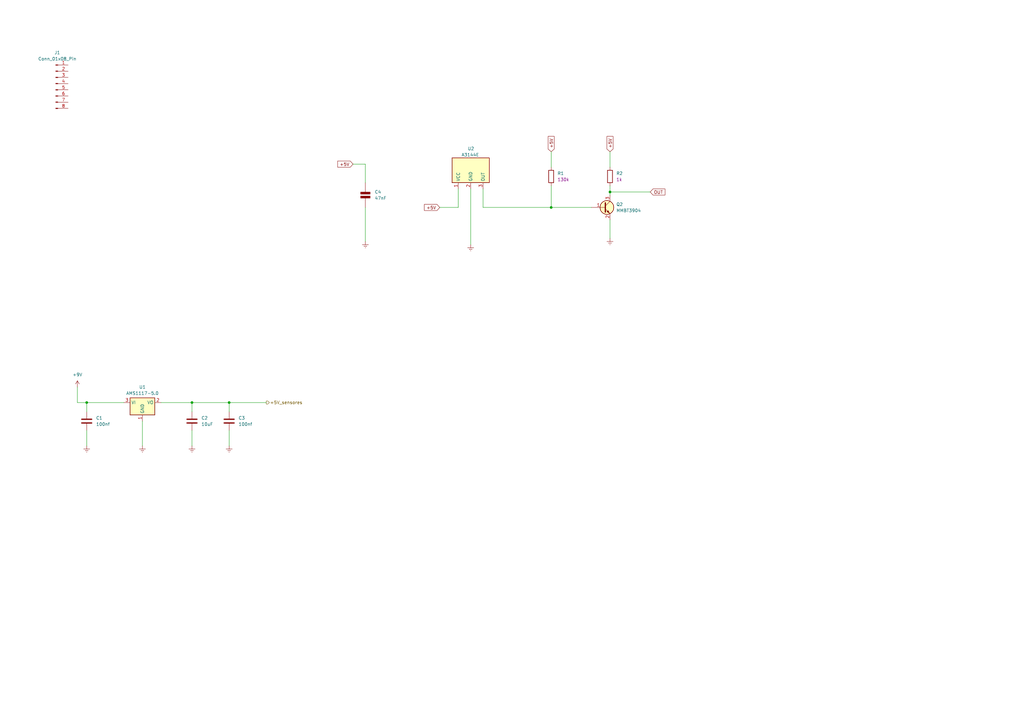
<source format=kicad_sch>
(kicad_sch (version 20230121) (generator eeschema)
  (paper "A3")
  (title_block (title "Esquematico do anemômetro") (date "2023-06-21") (rev "V1.0"))
  (lib_symbols
    (symbol "Connector:Conn_01x08_Pin" (pin_names (offset 1.016) hide)
      (property "Reference" "J" (at 0 10.16 0))
      (property "Value" "Conn_01x08_Pin" (at 0 -12.7 0))
      (symbol "Conn_01x08_Pin_1_1"
        (polyline (pts (xy 1.27 -10.16) (xy 0.8636 -10.16)) (stroke (width 0.1524)))
        (polyline (pts (xy 1.27 -7.62) (xy 0.8636 -7.62)) (stroke (width 0.1524)))
        (polyline (pts (xy 1.27 -5.08) (xy 0.8636 -5.08)) (stroke (width 0.1524)))
        (polyline (pts (xy 1.27 -2.54) (xy 0.8636 -2.54)) (stroke (width 0.1524)))
        (polyline (pts (xy 1.27 0) (xy 0.8636 0)) (stroke (width 0.1524)))
        (polyline (pts (xy 1.27 2.54) (xy 0.8636 2.54)) (stroke (width 0.1524)))
        (polyline (pts (xy 1.27 5.08) (xy 0.8636 5.08)) (stroke (width 0.1524)))
        (polyline (pts (xy 1.27 7.62) (xy 0.8636 7.62)) (stroke (width 0.1524)))
        (rectangle (start 0.8636 -10.033) (end 0 -10.287) (stroke (width 0.1524)) (fill (type outline)))
        (rectangle (start 0.8636 -7.493) (end 0 -7.747) (stroke (width 0.1524)) (fill (type outline)))
        (rectangle (start 0.8636 -4.953) (end 0 -5.207) (stroke (width 0.1524)) (fill (type outline)))
        (rectangle (start 0.8636 -2.413) (end 0 -2.667) (stroke (width 0.1524)) (fill (type outline)))
        (rectangle (start 0.8636 0.127) (end 0 -0.127) (stroke (width 0.1524)) (fill (type outline)))
        (rectangle (start 0.8636 2.667) (end 0 2.413) (stroke (width 0.1524)) (fill (type outline)))
        (rectangle (start 0.8636 5.207) (end 0 4.953) (stroke (width 0.1524)) (fill (type outline)))
        (rectangle (start 0.8636 7.747) (end 0 7.493) (stroke (width 0.1524)) (fill (type outline)))
        (pin passive line (at 5.08 7.62 180) (length 3.81) (name "Pin_1") (number "1"))
        (pin passive line (at 5.08 5.08 180) (length 3.81) (name "Pin_2") (number "2"))
        (pin passive line (at 5.08 2.54 180) (length 3.81) (name "Pin_3") (number "3"))
        (pin passive line (at 5.08 0 180) (length 3.81) (name "Pin_4") (number "4"))
        (pin passive line (at 5.08 -2.54 180) (length 3.81) (name "Pin_5") (number "5"))
        (pin passive line (at 5.08 -5.08 180) (length 3.81) (name "Pin_6") (number "6"))
        (pin passive line (at 5.08 -7.62 180) (length 3.81) (name "Pin_7") (number "7"))
        (pin passive line (at 5.08 -10.16 180) (length 3.81) (name "Pin_8") (number "8"))
      )
    )
    (symbol "Device:C" (pin_numbers hide) (pin_names (offset 0.254))
      (property "Reference" "C" (at 0.635 2.54 0))
      (property "Value" "C" (at 0.635 -2.54 0))
      (symbol "C_0_1"
        (polyline (pts (xy -2.032 -0.762) (xy 2.032 -0.762)) (stroke (width 0.508)))
        (polyline (pts (xy -2.032 0.762) (xy 2.032 0.762)) (stroke (width 0.508)))
      )
      (symbol "C_1_1"
        (pin passive line (at 0 3.81 270) (length 2.794) (name "~") (number "1"))
        (pin passive line (at 0 -3.81 90) (length 2.794) (name "~") (number "2"))
      )
    )
    (symbol "PCM_4ms_Resistor:0R_0603" (pin_numbers hide) (pin_names (offset 0))
      (property "Reference" "R" (at 2.032 0 90))
      (property "Display" "0R" (at 3.81 0 90))
      (symbol "0R_0603_0_1"
        (rectangle (start -1.016 -2.54) (end 1.016 2.54) (stroke (width 0.254)))
      )
      (symbol "0R_0603_1_1"
        (pin passive line (at 0 3.81 270) (length 1.27) (name "~") (number "1"))
        (pin passive line (at 0 -3.81 90) (length 1.27) (name "~") (number "2"))
      )
    )
    (symbol "PCM_Elektuur:C" (pin_numbers hide) (pin_names (offset 0) hide)
      (property "Reference" "C" (at 0.635 3.175 0))
      (property "Value" "C" (at 0.635 -3.175 0))
      (symbol "C_1_1"
        (rectangle (start -1.905 -0.4318) (end 1.905 -1.1938) (stroke (width 0.254)) (fill (type outline)))
        (rectangle (start -1.905 1.1938) (end 1.905 0.4318) (stroke (width 0.254)) (fill (type outline)))
        (pin passive line (at 0 5.08 270) (length 3.8862) (name "+") (number "1"))
        (pin passive line (at 0 -5.08 90) (length 3.8862) (name "-") (number "2"))
      )
      (symbol "C_1_2"
        (polyline (pts (xy -1.905 -1.4986) (xy 1.905 -1.4986) (xy 1.905 -0.4318) (xy -1.905 -0.4318) (xy -1.905 -1.4986) (xy -1.8034 -1.397) (xy -1.8034 -0.5334) (xy 1.8034 -0.5334) (xy 1.8034 -1.397) (xy -1.8034 -1.397) (xy -1.905 -1.4986)) (stroke (width 0.254)) (fill (type outline)))
        (polyline (pts (xy -1.905 0.4318) (xy 1.905 0.4318) (xy 1.905 1.4986) (xy -1.905 1.4986) (xy -1.905 0.4318) (xy -1.8034 0.5334) (xy -1.8034 1.397) (xy 1.8034 1.397) (xy 1.8034 0.5334) (xy -1.8034 0.5334) (xy -1.905 0.4318)) (stroke (width 0.254)) (fill (type outline)))
        (pin passive line (at 0 5.08 270) (length 3.5814) (name "+") (number "1"))
        (pin passive line (at 0 -5.08 90) (length 3.5814) (name "-") (number "2"))
      )
    )
    (symbol "PCM_Transistor_BJT_AKL:MMBT3904" (pin_names hide)
      (property "Reference" "Q" (at 5.08 1.27 0))
      (property "Value" "MMBT3904" (at 5.08 -1.27 0))
      (symbol "MMBT3904_0_1"
        (polyline (pts (xy 0.635 0.635) (xy 2.54 2.54)))
        (polyline (pts (xy 0.635 -0.635) (xy 2.54 -2.54) (xy 2.54 -2.54)))
        (polyline (pts (xy 0.635 1.905) (xy 0.635 -1.905) (xy 0.635 -1.905)) (stroke (width 0.508)))
        (polyline (pts (xy 1.27 -1.778) (xy 1.778 -1.27) (xy 2.286 -2.286) (xy 1.27 -1.778) (xy 1.27 -1.778)) (fill (type outline)))
        (circle (center 1.27 0) (radius 2.8194) (stroke (width 0.254)) (fill (type background)))
      )
      (symbol "MMBT3904_1_1"
        (pin input line (at -5.08 0 0) (length 5.715) (name "B") (number "1"))
        (pin passive line (at 2.54 -5.08 90) (length 2.54) (name "E") (number "2"))
        (pin passive line (at 2.54 5.08 270) (length 2.54) (name "C") (number "3"))
      )
    )
    (symbol "Regulator_Linear:AMS1117-5.0"
      (property "Reference" "U" (at -3.81 3.175 0))
      (property "Value" "AMS1117-5.0" (at 0 3.175 0))
      (symbol "AMS1117-5.0_0_1"
        (rectangle (start -5.08 -5.08) (end 5.08 1.905) (stroke (width 0.254)) (fill (type background)))
      )
      (symbol "AMS1117-5.0_1_1"
        (pin power_in line (at 0 -7.62 90) (length 2.54) (name "GND") (number "1"))
        (pin power_out line (at 7.62 0 180) (length 2.54) (name "VO") (number "2"))
        (pin power_in line (at -7.62 0 0) (length 2.54) (name "VI") (number "3"))
      )
    )
    (symbol "Sensor_Magnetic:DRV5055A4xLPGxQ1"
      (property "Reference" "U3" (at -3.81 6.35 0))
      (property "Value" "A3144E" (at -6.35 3.81 0))
      (symbol "DRV5055A4xLPGxQ1_1_1"
        (rectangle (start -10.16 2.54) (end 5.08 -7.62) (stroke (width 0.254)) (fill (type background)))
        (pin power_in line (at -7.62 -10.16 90) (length 2.54) (name "VCC") (number "1"))
        (pin output line (at -2.54 -10.16 90) (length 2.54) (name "GND") (number "2"))
        (pin output line (at 2.54 -10.16 90) (length 2.54) (name "OUT") (number "3"))
      )
    )
    (symbol "power:+9V" (power) (pin_names (offset 0))
      (property "Value" "+9V" (at 0 3.556 0))
      (symbol "+9V_0_1"
        (polyline (pts (xy -0.762 1.27) (xy 0 2.54)))
        (polyline (pts (xy 0 0) (xy 0 2.54)))
        (polyline (pts (xy 0 2.54) (xy 0.762 1.27)))
      )
      (symbol "+9V_1_1"
        (pin power_in line (at 0 0 90) (length 0) hide (name "+9V") (number "1"))
      )
    )
    (symbol "power:Earth" (power) (pin_names (offset 0))
      (symbol "Earth_0_1"
        (polyline (pts (xy -0.635 -1.905) (xy 0.635 -1.905)))
        (polyline (pts (xy -0.127 -2.54) (xy 0.127 -2.54)))
        (polyline (pts (xy 0 -1.27) (xy 0 0)))
        (polyline (pts (xy 1.27 -1.27) (xy -1.27 -1.27)))
      )
      (symbol "Earth_1_1"
        (pin power_in line (at 0 0 270) (length 0) hide (name "Earth") (number "1"))
      )
    )
  )
  (junction (at 226.06 85.09))
  (junction (at 93.98 165.1))
  (junction (at 35.56 165.1))
  (junction (at 250.19 78.74))
  (junction (at 78.74 165.1))
  (wire (pts (xy 35.56 168.91) (xy 35.56 165.1)))
  (wire (pts (xy 226.06 85.09) (xy 242.57 85.09)))
  (wire (pts (xy 187.96 77.47) (xy 187.96 85.09)))
  (wire (pts (xy 66.04 165.1) (xy 78.74 165.1)))
  (wire (pts (xy 250.19 78.74) (xy 250.19 80.01)))
  (wire (pts (xy 226.06 76.2) (xy 226.06 85.09)))
  (wire (pts (xy 31.75 165.1) (xy 35.56 165.1)))
  (wire (pts (xy 187.96 85.09) (xy 180.34 85.09)))
  (wire (pts (xy 78.74 165.1) (xy 93.98 165.1)))
  (wire (pts (xy 250.19 76.2) (xy 250.19 78.74)))
  (wire (pts (xy 250.19 78.74) (xy 266.7 78.74)))
  (wire (pts (xy 93.98 176.53) (xy 93.98 182.88)))
  (wire (pts (xy 93.98 165.1) (xy 93.98 168.91)))
  (wire (pts (xy 193.04 77.47) (xy 193.04 100.33)))
  (wire (pts (xy 58.42 172.72) (xy 58.42 182.88)))
  (wire (pts (xy 78.74 165.1) (xy 78.74 168.91)))
  (wire (pts (xy 78.74 176.53) (xy 78.74 182.88)))
  (wire (pts (xy 226.06 62.23) (xy 226.06 68.58)))
  (wire (pts (xy 35.56 176.53) (xy 35.56 182.88)))
  (wire (pts (xy 250.19 62.23) (xy 250.19 68.58)))
  (wire (pts (xy 198.12 77.47) (xy 198.12 85.09)))
  (wire (pts (xy 250.19 90.17) (xy 250.19 97.79)))
  (wire (pts (xy 149.86 85.09) (xy 149.86 99.06)))
  (wire (pts (xy 149.86 67.31) (xy 149.86 74.93)))
  (wire (pts (xy 35.56 165.1) (xy 50.8 165.1)))
  (wire (pts (xy 144.78 67.31) (xy 149.86 67.31)))
  (wire (pts (xy 198.12 85.09) (xy 226.06 85.09)))
  (wire (pts (xy 93.98 165.1) (xy 109.22 165.1)))
  (wire (pts (xy 31.75 158.75) (xy 31.75 165.1)))
  (global_label "+5V" (shape input) (at 144.78 67.31 180) (property "Intersheetrefs" "${INTERSHEET_REFS}" (effects hide)))
  (global_label "OUT" (shape input) (at 266.7 78.74 0) (property "Intersheetrefs" "${INTERSHEET_REFS}" (effects hide)))
  (global_label "+5V" (shape input) (at 250.19 62.23 90) (property "Intersheetrefs" "${INTERSHEET_REFS}" (effects hide)))
  (global_label "+5V" (shape input) (at 226.06 62.23 90) (property "Intersheetrefs" "${INTERSHEET_REFS}" (effects hide)))
  (global_label "+5V" (shape input) (at 180.34 85.09 180) (property "Intersheetrefs" "${INTERSHEET_REFS}" (effects hide)))
  (hierarchical_label "+5V_sensores" (shape output) (at 109.22 165.1 0))
  (symbol (lib_id "power:Earth") (at 78.74 182.88 0) (unit 1)
    (property "Reference" "#PWR04" (effects hide))
    (property "Value" "Earth" (effects hide))
  )
  (symbol (lib_id "power:Earth") (at 35.56 182.88 0) (unit 1)
    (property "Reference" "#PWR02" (effects hide))
    (property "Value" "Earth" (effects hide))
  )
  (symbol (lib_id "PCM_Elektuur:C") (at 149.86 80.01 0) (unit 1)
    (property "Reference" "C4" (at 153.67 78.74 0) (effects (justify left)))
    (property "Value" "47nF" (at 153.67 81.28 0) (effects (justify left)))
    (property "Footprint" "Capacitor_SMD:C_0805_2012Metric_Pad1.18x1.45mm_HandSolder" (effects hide))
    (property "Indicator" "+" (effects hide))
    (property "Rating" "V" (effects hide))
  )
  (symbol (lib_id "Connector:Conn_01x08_Pin") (at 22.86 34.29 0) (unit 1)
    (property "Reference" "J1" (at 23.495 21.59 0))
    (property "Value" "Conn_01x08_Pin" (at 23.495 24.13 0))
    (property "Footprint" "Connector_JST:JST_SH_BM08B-SRSS-TB_1x08-1MP_P1.00mm_Vertical" (effects hide))
  )
  (symbol (lib_id "PCM_4ms_Resistor:0R_0603") (at 226.06 72.39 0) (unit 1)
    (property "Reference" "R1" (at 228.6 71.12 0) (effects (justify left)))
    (property "Value" "0R_0603" (effects hide))
    (property "Footprint" "Resistor_SMD:R_1206_3216Metric_Pad1.30x1.75mm_HandSolder" (effects hide))
    (property "Specifications" "0R, 1%, 1/10W, 0603" (effects hide))
    (property "Manufacturer" "Yageo" (effects hide))
    (property "Part Number" "RC0603FR-100RL" (effects hide))
    (property "Display" "130k" (at 228.6 73.66 0) (effects (justify left)))
    (property "JLCPCB ID" "C21189" (effects hide))
  )
  (symbol (lib_id "power:Earth") (at 93.98 182.88 0) (unit 1)
    (property "Reference" "#PWR05" (effects hide))
    (property "Value" "Earth" (effects hide))
  )
  (symbol (lib_id "power:Earth") (at 58.42 182.88 0) (unit 1)
    (property "Reference" "#PWR03" (effects hide))
    (property "Value" "Earth" (effects hide))
  )
  (symbol (lib_id "Device:C") (at 93.98 172.72 0) (unit 1)
    (property "Reference" "C3" (at 97.79 171.45 0) (effects (justify left)))
    (property "Value" "100nf" (at 97.79 173.99 0) (effects (justify left)))
    (property "Footprint" "Capacitor_SMD:C_0805_2012Metric_Pad1.18x1.45mm_HandSolder" (effects hide))
  )
  (symbol (lib_id "Device:C") (at 78.74 172.72 0) (unit 1)
    (property "Reference" "C2" (at 82.55 171.45 0) (effects (justify left)))
    (property "Value" "10uF" (at 82.55 173.99 0) (effects (justify left)))
    (property "Footprint" "Capacitor_SMD:C_0805_2012Metric_Pad1.18x1.45mm_HandSolder" (effects hide))
  )
  (symbol (lib_id "Device:C") (at 35.56 172.72 0) (unit 1)
    (property "Reference" "C1" (at 39.37 171.45 0) (effects (justify left)))
    (property "Value" "100nf" (at 39.37 173.99 0) (effects (justify left)))
    (property "Footprint" "Capacitor_SMD:C_0805_2012Metric_Pad1.18x1.45mm_HandSolder" (effects hide))
  )
  (symbol (lib_id "power:Earth") (at 149.86 99.06 0) (unit 1)
    (property "Reference" "#PWR08" (effects hide))
    (property "Value" "Earth" (effects hide))
  )
  (symbol (lib_id "Regulator_Linear:AMS1117-5.0") (at 58.42 165.1 0) (unit 1)
    (property "Reference" "U1" (at 58.42 158.75 0))
    (property "Value" "AMS1117-5.0" (at 58.42 161.29 0))
    (property "Footprint" "Package_TO_SOT_SMD:SOT-223-3_TabPin2" (effects hide))
    (property "Datasheet" "http://www.advanced-monolithic.com/pdf/ds1117.pdf" (effects hide))
  )
  (symbol (lib_id "power:Earth") (at 193.04 100.33 0) (unit 1)
    (property "Reference" "#PWR06" (effects hide))
    (property "Value" "Earth" (effects hide))
  )
  (symbol (lib_id "power:Earth") (at 250.19 97.79 0) (unit 1)
    (property "Reference" "#PWR07" (effects hide))
    (property "Value" "Earth" (effects hide))
  )
  (symbol (lib_id "PCM_4ms_Resistor:0R_0603") (at 250.19 72.39 0) (unit 1)
    (property "Reference" "R2" (at 252.73 71.12 0) (effects (justify left)))
    (property "Value" "0R_0603" (effects hide))
    (property "Footprint" "Resistor_SMD:R_1206_3216Metric_Pad1.30x1.75mm_HandSolder" (effects hide))
    (property "Specifications" "0R, 1%, 1/10W, 0603" (effects hide))
    (property "Manufacturer" "Yageo" (effects hide))
    (property "Part Number" "RC0603FR-100RL" (effects hide))
    (property "Display" "1k" (at 252.73 73.66 0) (effects (justify left)))
    (property "JLCPCB ID" "C21189" (effects hide))
  )
  (symbol (lib_id "PCM_Transistor_BJT_AKL:MMBT3904") (at 247.65 85.09 0) (unit 1)
    (property "Reference" "Q2" (at 252.73 83.82 0) (effects (justify left)))
    (property "Value" "MMBT3904" (at 252.73 86.36 0) (effects (justify left)))
    (property "Footprint" "Package_TO_SOT_SMD:SOT-23" (effects hide))
    (property "Datasheet" "https://www.tme.eu/Document/12bff749841e3a356e683e9a8e7e4119/2N3904BU-DTE.pdf" (effects hide))
  )
  (symbol (lib_id "Sensor_Magnetic:DRV5055A4xLPGxQ1") (at 195.58 67.31 0) (unit 1)
    (property "Reference" "U2" (at 191.77 60.96 0) (effects (justify left)))
    (property "Value" "A3144E" (at 189.23 63.5 0) (effects (justify left)))
    (property "Footprint" "Package_TO_SOT_THT:TO-92S" (effects hide))
  )
  (symbol (lib_id "power:+9V") (at 31.75 158.75 0) (unit 1)
    (property "Reference" "#PWR01" (effects hide))
    (property "Value" "+9V" (at 31.75 153.67 0))
  )
)
</source>
